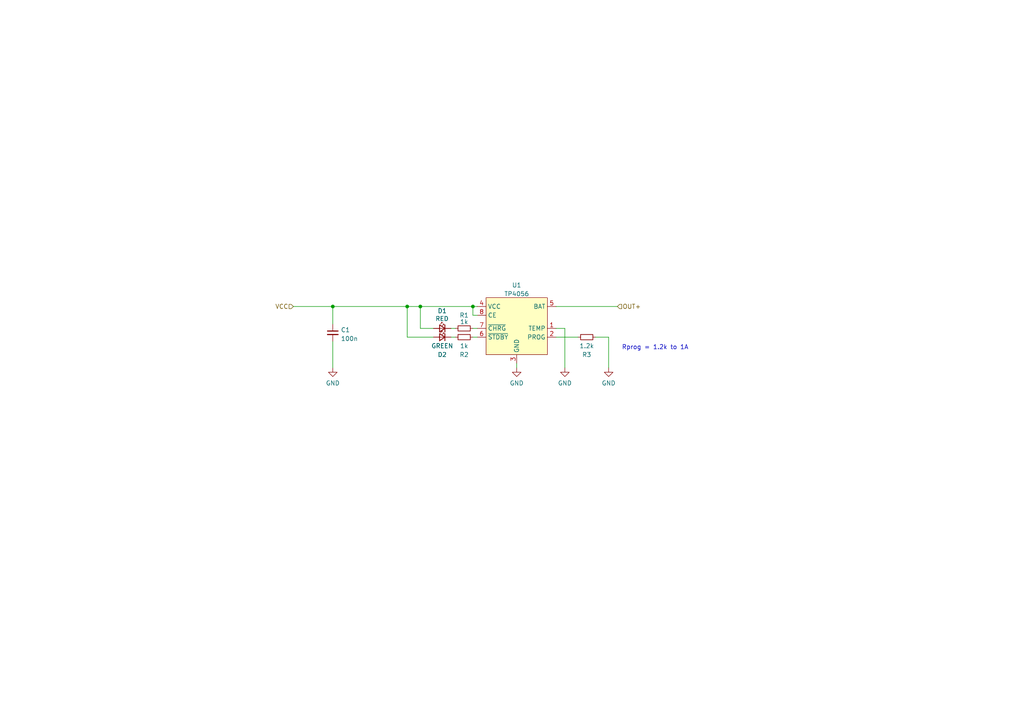
<source format=kicad_sch>
(kicad_sch (version 20211123) (generator eeschema)
  (paper "A4")
  (title_block (rev "1.0") (company "Cristóbal Cuevas Lagos"))
  (lib_symbols
    (symbol "Device:C_Small" (pin_numbers hide) (pin_names (offset 0.254) hide)
      (property "Reference" "C" (at 0.254 1.778 0))
      (property "Value" "C_Small" (at 0.254 -2.032 0))
      (symbol "C_Small_0_1"
        (polyline (pts (xy -1.524 -0.508) (xy 1.524 -0.508)) (stroke (width 0.3302)))
        (polyline (pts (xy -1.524 0.508) (xy 1.524 0.508)) (stroke (width 0.3048)))
      )
      (symbol "C_Small_1_1"
        (pin passive line (at 0 2.54 270) (length 2.032) (name "~") (number "1"))
        (pin passive line (at 0 -2.54 90) (length 2.032) (name "~") (number "2"))
      )
    )
    (symbol "Device:LED_Small" (pin_numbers hide) (pin_names (offset 0.254) hide)
      (property "Reference" "D" (at -1.27 3.175 0))
      (property "Value" "LED_Small" (at -4.445 -2.54 0))
      (symbol "LED_Small_0_1"
        (polyline (pts (xy -0.762 -1.016) (xy -0.762 1.016)) (stroke (width 0.254)))
        (polyline (pts (xy 1.016 0) (xy -0.762 0)))
        (polyline (pts (xy 0.762 -1.016) (xy -0.762 0) (xy 0.762 1.016) (xy 0.762 -1.016)) (stroke (width 0.254)))
        (polyline (pts (xy 0 0.762) (xy -0.508 1.27) (xy -0.254 1.27) (xy -0.508 1.27) (xy -0.508 1.016)))
        (polyline (pts (xy 0.508 1.27) (xy 0 1.778) (xy 0.254 1.778) (xy 0 1.778) (xy 0 1.524)))
      )
      (symbol "LED_Small_1_1"
        (pin passive line (at -2.54 0 0) (length 1.778) (name "K") (number "1"))
        (pin passive line (at 2.54 0 180) (length 1.778) (name "A") (number "2"))
      )
    )
    (symbol "Device:R_Small" (pin_numbers hide) (pin_names (offset 0.254) hide)
      (property "Reference" "R" (at 0.762 0.508 0))
      (property "Value" "R_Small" (at 0.762 -1.016 0))
      (symbol "R_Small_0_1"
        (rectangle (start -0.762 1.778) (end 0.762 -1.778) (stroke (width 0.2032)))
      )
      (symbol "R_Small_1_1"
        (pin passive line (at 0 2.54 270) (length 0.762) (name "~") (number "1"))
        (pin passive line (at 0 -2.54 90) (length 0.762) (name "~") (number "2"))
      )
    )
    (symbol "battery_led:TP4056"
      (property "Reference" "U" (at -1.27 11.43 0))
      (property "Value" "TP4056" (at -1.27 8.89 0))
      (symbol "TP4056_0_1"
        (rectangle (start -8.89 7.62) (end 8.89 -8.89) (stroke (width 0.1524)) (fill (type background)))
      )
      (symbol "TP4056_1_1"
        (pin input line (at 11.43 -1.27 180) (length 2.54) (name "TEMP") (number "1"))
        (pin input line (at 11.43 -3.81 180) (length 2.54) (name "PROG") (number "2"))
        (pin power_in line (at 0 -11.43 90) (length 2.54) (name "GND") (number "3"))
        (pin power_in line (at -11.43 5.08 0) (length 2.54) (name "VCC") (number "4"))
        (pin output line (at 11.43 5.08 180) (length 2.54) (name "BAT") (number "5"))
        (pin output line (at -11.43 -3.81 0) (length 2.54) (name "~{STDBY}") (number "6"))
        (pin output line (at -11.43 -1.27 0) (length 2.54) (name "~{CHRG}") (number "7"))
        (pin input line (at -11.43 2.54 0) (length 2.54) (name "CE") (number "8"))
      )
    )
    (symbol "power:GND" (power) (pin_names (offset 0))
      (property "Value" "GND" (at 0 -3.81 0))
      (symbol "GND_0_1"
        (polyline (pts (xy 0 0) (xy 0 -1.27) (xy 1.27 -1.27) (xy 0 -2.54) (xy -1.27 -1.27) (xy 0 -1.27)))
      )
      (symbol "GND_1_1"
        (pin power_in line (at 0 0 270) (length 0) hide (name "GND") (number "1"))
      )
    )
  )
  (junction (at 121.92 88.9))
  (junction (at 96.52 88.9))
  (junction (at 118.11 88.9))
  (junction (at 137.16 88.9))
  (wire (pts (xy 130.81 95.25) (xy 132.08 95.25)))
  (wire (pts (xy 137.16 88.9) (xy 137.16 91.44)))
  (wire (pts (xy 172.72 97.79) (xy 176.53 97.79)))
  (wire (pts (xy 118.11 88.9) (xy 121.92 88.9)))
  (wire (pts (xy 137.16 97.79) (xy 138.43 97.79)))
  (wire (pts (xy 176.53 97.79) (xy 176.53 106.68)))
  (wire (pts (xy 96.52 99.06) (xy 96.52 106.68)))
  (wire (pts (xy 161.29 97.79) (xy 167.64 97.79)))
  (wire (pts (xy 125.73 95.25) (xy 121.92 95.25)))
  (wire (pts (xy 130.81 97.79) (xy 132.08 97.79)))
  (wire (pts (xy 96.52 88.9) (xy 118.11 88.9)))
  (wire (pts (xy 121.92 95.25) (xy 121.92 88.9)))
  (wire (pts (xy 96.52 88.9) (xy 96.52 93.98)))
  (wire (pts (xy 149.86 105.41) (xy 149.86 106.68)))
  (wire (pts (xy 125.73 97.79) (xy 118.11 97.79)))
  (wire (pts (xy 137.16 95.25) (xy 138.43 95.25)))
  (wire (pts (xy 163.83 95.25) (xy 163.83 106.68)))
  (wire (pts (xy 85.09 88.9) (xy 96.52 88.9)))
  (wire (pts (xy 161.29 88.9) (xy 179.07 88.9)))
  (wire (pts (xy 118.11 97.79) (xy 118.11 88.9)))
  (wire (pts (xy 138.43 88.9) (xy 137.16 88.9)))
  (wire (pts (xy 161.29 95.25) (xy 163.83 95.25)))
  (wire (pts (xy 137.16 91.44) (xy 138.43 91.44)))
  (wire (pts (xy 121.92 88.9) (xy 137.16 88.9)))
  (text "Rprog = 1.2k to 1A" (at 180.34 101.6 0) (effects (font (size 1.27 1.27)) (justify left bottom)))
  (hierarchical_label "VCC" (shape input) (at 85.09 88.9 180))
  (hierarchical_label "OUT+" (shape input) (at 179.07 88.9 0))
  (symbol (lib_id "Device:R_Small") (at 170.18 97.79 270) (unit 1)
    (property "Reference" "R3" (at 170.18 102.87 90))
    (property "Value" "1.2k" (at 170.18 100.33 90))
  )
  (symbol (lib_id "Device:R_Small") (at 134.62 95.25 90) (unit 1)
    (property "Reference" "R1" (at 134.62 91.44 90))
    (property "Value" "1k" (at 134.62 93.3505 90))
  )
  (symbol (lib_id "power:GND") (at 163.83 106.68 0) (unit 1)
    (property "Reference" "#PWR04" (effects hide))
    (property "Value" "GND" (at 163.83 111.1234 0))
  )
  (symbol (lib_id "Device:C_Small") (at 96.52 96.52 0) (unit 1)
    (property "Reference" "C1" (at 98.8441 95.6916 0) (effects (justify left)))
    (property "Value" "100n" (at 98.8441 98.2285 0) (effects (justify left)))
  )
  (symbol (lib_id "Device:R_Small") (at 134.62 97.79 270) (unit 1)
    (property "Reference" "R2" (at 134.62 102.87 90))
    (property "Value" "1k" (at 134.62 100.33 90))
  )
  (symbol (lib_id "battery_led:TP4056") (at 149.86 93.98 0) (unit 1)
    (property "Reference" "U1" (at 149.86 82.711 0))
    (property "Value" "TP4056" (at 149.86 85.2479 0))
    (property "Footprint" "Package_SO:SOP-8-1EP_4.57x4.57mm_P1.27mm_EP4.57x4.45mm" (effects hide))
    (property "Datasheet" "https://dlnmh9ip6v2uc.cloudfront.net/datasheets/Prototyping/TP4056.pdf" (effects hide))
  )
  (symbol (lib_id "power:GND") (at 96.52 106.68 0) (unit 1)
    (property "Reference" "#PWR02" (effects hide))
    (property "Value" "GND" (at 96.52 111.1234 0))
  )
  (symbol (lib_id "Device:LED_Small") (at 128.27 97.79 0) (mirror y) (unit 1)
    (property "Reference" "D2" (at 128.27 102.87 0))
    (property "Value" "GREEN" (at 128.27 100.33 0))
  )
  (symbol (lib_id "Device:LED_Small") (at 128.27 95.25 0) (mirror y) (unit 1)
    (property "Reference" "D1" (at 128.27 90.17 0))
    (property "Value" "RED" (at 128.2065 92.4361 0))
  )
  (symbol (lib_id "power:GND") (at 176.53 106.68 0) (unit 1)
    (property "Reference" "#PWR05" (effects hide))
    (property "Value" "GND" (at 176.53 111.1234 0))
  )
  (symbol (lib_id "power:GND") (at 149.86 106.68 0) (unit 1)
    (property "Reference" "#PWR03" (effects hide))
    (property "Value" "GND" (at 149.86 111.1234 0))
  )
)
</source>
